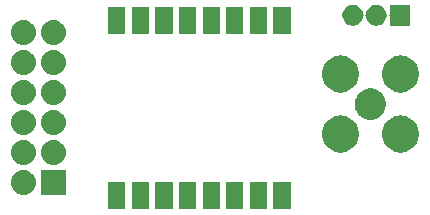
<source format=gts>
%TF.GenerationSoftware,KiCad,Pcbnew,5.0.1+dfsg1-3~bpo9+1*%
%TF.CreationDate,2018-11-26T19:46:47+01:00*%
%TF.ProjectId,LoRa_PMOD,4C6F52615F504D4F442E6B696361645F,rev?*%
%TF.SameCoordinates,Original*%
%TF.FileFunction,Soldermask,Top*%
%TF.FilePolarity,Negative*%
%FSLAX46Y46*%
G04 Gerber Fmt 4.6, Leading zero omitted, Abs format (unit mm)*
G04 Created by KiCad (PCBNEW 5.0.1+dfsg1-3~bpo9+1) date Mon 26 Nov 2018 07:46:47 PM CET*
%MOMM*%
%LPD*%
G01*
G04 APERTURE LIST*
%ADD10C,0.100000*%
G04 APERTURE END LIST*
D10*
G36*
X120745000Y-119415000D02*
X119295000Y-119415000D01*
X119295000Y-117065000D01*
X120745000Y-117065000D01*
X120745000Y-119415000D01*
X120745000Y-119415000D01*
G37*
G36*
X118745000Y-119415000D02*
X117295000Y-119415000D01*
X117295000Y-117065000D01*
X118745000Y-117065000D01*
X118745000Y-119415000D01*
X118745000Y-119415000D01*
G37*
G36*
X106745000Y-119415000D02*
X105295000Y-119415000D01*
X105295000Y-117065000D01*
X106745000Y-117065000D01*
X106745000Y-119415000D01*
X106745000Y-119415000D01*
G37*
G36*
X108745000Y-119415000D02*
X107295000Y-119415000D01*
X107295000Y-117065000D01*
X108745000Y-117065000D01*
X108745000Y-119415000D01*
X108745000Y-119415000D01*
G37*
G36*
X110745000Y-119415000D02*
X109295000Y-119415000D01*
X109295000Y-117065000D01*
X110745000Y-117065000D01*
X110745000Y-119415000D01*
X110745000Y-119415000D01*
G37*
G36*
X112745000Y-119415000D02*
X111295000Y-119415000D01*
X111295000Y-117065000D01*
X112745000Y-117065000D01*
X112745000Y-119415000D01*
X112745000Y-119415000D01*
G37*
G36*
X114745000Y-119415000D02*
X113295000Y-119415000D01*
X113295000Y-117065000D01*
X114745000Y-117065000D01*
X114745000Y-119415000D01*
X114745000Y-119415000D01*
G37*
G36*
X116745000Y-119415000D02*
X115295000Y-119415000D01*
X115295000Y-117065000D01*
X116745000Y-117065000D01*
X116745000Y-119415000D01*
X116745000Y-119415000D01*
G37*
G36*
X98333503Y-116096789D02*
X98533991Y-116157607D01*
X98718764Y-116256369D01*
X98880718Y-116389282D01*
X99013631Y-116551236D01*
X99112393Y-116736009D01*
X99173211Y-116936497D01*
X99193746Y-117145000D01*
X99173211Y-117353503D01*
X99112393Y-117553991D01*
X99013631Y-117738764D01*
X98880718Y-117900718D01*
X98718764Y-118033631D01*
X98533991Y-118132393D01*
X98333503Y-118193211D01*
X98177251Y-118208600D01*
X98072749Y-118208600D01*
X97916497Y-118193211D01*
X97716009Y-118132393D01*
X97531236Y-118033631D01*
X97369282Y-117900718D01*
X97236369Y-117738764D01*
X97137607Y-117553991D01*
X97076789Y-117353503D01*
X97056254Y-117145000D01*
X97076789Y-116936497D01*
X97137607Y-116736009D01*
X97236369Y-116551236D01*
X97369282Y-116389282D01*
X97531236Y-116256369D01*
X97716009Y-116157607D01*
X97916497Y-116096789D01*
X98072749Y-116081400D01*
X98177251Y-116081400D01*
X98333503Y-116096789D01*
X98333503Y-116096789D01*
G37*
G36*
X101728600Y-118208600D02*
X99601400Y-118208600D01*
X99601400Y-116081400D01*
X101728600Y-116081400D01*
X101728600Y-118208600D01*
X101728600Y-118208600D01*
G37*
G36*
X100873503Y-113556789D02*
X101073991Y-113617607D01*
X101258764Y-113716369D01*
X101420718Y-113849282D01*
X101553631Y-114011236D01*
X101652393Y-114196009D01*
X101713211Y-114396497D01*
X101733746Y-114605000D01*
X101713211Y-114813503D01*
X101652393Y-115013991D01*
X101553631Y-115198764D01*
X101420718Y-115360718D01*
X101258764Y-115493631D01*
X101073991Y-115592393D01*
X100873503Y-115653211D01*
X100717251Y-115668600D01*
X100612749Y-115668600D01*
X100456497Y-115653211D01*
X100256009Y-115592393D01*
X100071236Y-115493631D01*
X99909282Y-115360718D01*
X99776369Y-115198764D01*
X99677607Y-115013991D01*
X99616789Y-114813503D01*
X99596254Y-114605000D01*
X99616789Y-114396497D01*
X99677607Y-114196009D01*
X99776369Y-114011236D01*
X99909282Y-113849282D01*
X100071236Y-113716369D01*
X100256009Y-113617607D01*
X100456497Y-113556789D01*
X100612749Y-113541400D01*
X100717251Y-113541400D01*
X100873503Y-113556789D01*
X100873503Y-113556789D01*
G37*
G36*
X98333503Y-113556789D02*
X98533991Y-113617607D01*
X98718764Y-113716369D01*
X98880718Y-113849282D01*
X99013631Y-114011236D01*
X99112393Y-114196009D01*
X99173211Y-114396497D01*
X99193746Y-114605000D01*
X99173211Y-114813503D01*
X99112393Y-115013991D01*
X99013631Y-115198764D01*
X98880718Y-115360718D01*
X98718764Y-115493631D01*
X98533991Y-115592393D01*
X98333503Y-115653211D01*
X98177251Y-115668600D01*
X98072749Y-115668600D01*
X97916497Y-115653211D01*
X97716009Y-115592393D01*
X97531236Y-115493631D01*
X97369282Y-115360718D01*
X97236369Y-115198764D01*
X97137607Y-115013991D01*
X97076789Y-114813503D01*
X97056254Y-114605000D01*
X97076789Y-114396497D01*
X97137607Y-114196009D01*
X97236369Y-114011236D01*
X97369282Y-113849282D01*
X97531236Y-113716369D01*
X97716009Y-113617607D01*
X97916497Y-113556789D01*
X98072749Y-113541400D01*
X98177251Y-113541400D01*
X98333503Y-113556789D01*
X98333503Y-113556789D01*
G37*
G36*
X125190462Y-111485083D02*
X125417952Y-111530334D01*
X125703674Y-111648684D01*
X125960817Y-111820501D01*
X126179499Y-112039183D01*
X126351316Y-112296326D01*
X126469666Y-112582048D01*
X126530000Y-112885368D01*
X126530000Y-113194632D01*
X126469666Y-113497952D01*
X126351316Y-113783674D01*
X126179499Y-114040817D01*
X125960817Y-114259499D01*
X125703674Y-114431316D01*
X125417952Y-114549666D01*
X125190462Y-114594917D01*
X125114633Y-114610000D01*
X124805367Y-114610000D01*
X124729538Y-114594917D01*
X124502048Y-114549666D01*
X124216326Y-114431316D01*
X123959183Y-114259499D01*
X123740501Y-114040817D01*
X123568684Y-113783674D01*
X123450334Y-113497952D01*
X123390000Y-113194632D01*
X123390000Y-112885368D01*
X123450334Y-112582048D01*
X123568684Y-112296326D01*
X123740501Y-112039183D01*
X123959183Y-111820501D01*
X124216326Y-111648684D01*
X124502048Y-111530334D01*
X124729538Y-111485083D01*
X124805367Y-111470000D01*
X125114633Y-111470000D01*
X125190462Y-111485083D01*
X125190462Y-111485083D01*
G37*
G36*
X130270462Y-111485083D02*
X130497952Y-111530334D01*
X130783674Y-111648684D01*
X131040817Y-111820501D01*
X131259499Y-112039183D01*
X131431316Y-112296326D01*
X131549666Y-112582048D01*
X131610000Y-112885368D01*
X131610000Y-113194632D01*
X131549666Y-113497952D01*
X131431316Y-113783674D01*
X131259499Y-114040817D01*
X131040817Y-114259499D01*
X130783674Y-114431316D01*
X130497952Y-114549666D01*
X130270462Y-114594917D01*
X130194633Y-114610000D01*
X129885367Y-114610000D01*
X129809538Y-114594917D01*
X129582048Y-114549666D01*
X129296326Y-114431316D01*
X129039183Y-114259499D01*
X128820501Y-114040817D01*
X128648684Y-113783674D01*
X128530334Y-113497952D01*
X128470000Y-113194632D01*
X128470000Y-112885368D01*
X128530334Y-112582048D01*
X128648684Y-112296326D01*
X128820501Y-112039183D01*
X129039183Y-111820501D01*
X129296326Y-111648684D01*
X129582048Y-111530334D01*
X129809538Y-111485083D01*
X129885367Y-111470000D01*
X130194633Y-111470000D01*
X130270462Y-111485083D01*
X130270462Y-111485083D01*
G37*
G36*
X98333503Y-111016789D02*
X98533991Y-111077607D01*
X98718764Y-111176369D01*
X98880718Y-111309282D01*
X99013631Y-111471236D01*
X99112393Y-111656009D01*
X99173211Y-111856497D01*
X99193746Y-112065000D01*
X99173211Y-112273503D01*
X99112393Y-112473991D01*
X99013631Y-112658764D01*
X98880718Y-112820718D01*
X98718764Y-112953631D01*
X98533991Y-113052393D01*
X98333503Y-113113211D01*
X98177251Y-113128600D01*
X98072749Y-113128600D01*
X97916497Y-113113211D01*
X97716009Y-113052393D01*
X97531236Y-112953631D01*
X97369282Y-112820718D01*
X97236369Y-112658764D01*
X97137607Y-112473991D01*
X97076789Y-112273503D01*
X97056254Y-112065000D01*
X97076789Y-111856497D01*
X97137607Y-111656009D01*
X97236369Y-111471236D01*
X97369282Y-111309282D01*
X97531236Y-111176369D01*
X97716009Y-111077607D01*
X97916497Y-111016789D01*
X98072749Y-111001400D01*
X98177251Y-111001400D01*
X98333503Y-111016789D01*
X98333503Y-111016789D01*
G37*
G36*
X100873503Y-111016789D02*
X101073991Y-111077607D01*
X101258764Y-111176369D01*
X101420718Y-111309282D01*
X101553631Y-111471236D01*
X101652393Y-111656009D01*
X101713211Y-111856497D01*
X101733746Y-112065000D01*
X101713211Y-112273503D01*
X101652393Y-112473991D01*
X101553631Y-112658764D01*
X101420718Y-112820718D01*
X101258764Y-112953631D01*
X101073991Y-113052393D01*
X100873503Y-113113211D01*
X100717251Y-113128600D01*
X100612749Y-113128600D01*
X100456497Y-113113211D01*
X100256009Y-113052393D01*
X100071236Y-112953631D01*
X99909282Y-112820718D01*
X99776369Y-112658764D01*
X99677607Y-112473991D01*
X99616789Y-112273503D01*
X99596254Y-112065000D01*
X99616789Y-111856497D01*
X99677607Y-111656009D01*
X99776369Y-111471236D01*
X99909282Y-111309282D01*
X100071236Y-111176369D01*
X100256009Y-111077607D01*
X100456497Y-111016789D01*
X100612749Y-111001400D01*
X100717251Y-111001400D01*
X100873503Y-111016789D01*
X100873503Y-111016789D01*
G37*
G36*
X127885029Y-109230726D02*
X128125253Y-109330230D01*
X128125255Y-109330231D01*
X128333934Y-109469666D01*
X128341454Y-109474691D01*
X128525309Y-109658546D01*
X128669770Y-109874747D01*
X128769274Y-110114971D01*
X128820000Y-110369990D01*
X128820000Y-110630010D01*
X128769274Y-110885029D01*
X128669770Y-111125253D01*
X128669769Y-111125255D01*
X128635615Y-111176370D01*
X128525309Y-111341454D01*
X128341454Y-111525309D01*
X128341451Y-111525311D01*
X128125255Y-111669769D01*
X128125254Y-111669770D01*
X128125253Y-111669770D01*
X127885029Y-111769274D01*
X127630010Y-111820000D01*
X127369990Y-111820000D01*
X127114971Y-111769274D01*
X126874747Y-111669770D01*
X126874746Y-111669770D01*
X126874745Y-111669769D01*
X126658549Y-111525311D01*
X126658546Y-111525309D01*
X126474691Y-111341454D01*
X126364385Y-111176370D01*
X126330231Y-111125255D01*
X126330230Y-111125253D01*
X126230726Y-110885029D01*
X126180000Y-110630010D01*
X126180000Y-110369990D01*
X126230726Y-110114971D01*
X126330230Y-109874747D01*
X126474691Y-109658546D01*
X126658546Y-109474691D01*
X126666066Y-109469666D01*
X126874745Y-109330231D01*
X126874747Y-109330230D01*
X127114971Y-109230726D01*
X127369990Y-109180000D01*
X127630010Y-109180000D01*
X127885029Y-109230726D01*
X127885029Y-109230726D01*
G37*
G36*
X100873503Y-108476789D02*
X101073991Y-108537607D01*
X101258764Y-108636369D01*
X101420718Y-108769282D01*
X101553631Y-108931236D01*
X101652393Y-109116009D01*
X101713211Y-109316497D01*
X101733746Y-109525000D01*
X101713211Y-109733503D01*
X101652393Y-109933991D01*
X101553631Y-110118764D01*
X101420718Y-110280718D01*
X101258764Y-110413631D01*
X101073991Y-110512393D01*
X100873503Y-110573211D01*
X100717251Y-110588600D01*
X100612749Y-110588600D01*
X100456497Y-110573211D01*
X100256009Y-110512393D01*
X100071236Y-110413631D01*
X99909282Y-110280718D01*
X99776369Y-110118764D01*
X99677607Y-109933991D01*
X99616789Y-109733503D01*
X99596254Y-109525000D01*
X99616789Y-109316497D01*
X99677607Y-109116009D01*
X99776369Y-108931236D01*
X99909282Y-108769282D01*
X100071236Y-108636369D01*
X100256009Y-108537607D01*
X100456497Y-108476789D01*
X100612749Y-108461400D01*
X100717251Y-108461400D01*
X100873503Y-108476789D01*
X100873503Y-108476789D01*
G37*
G36*
X98333503Y-108476789D02*
X98533991Y-108537607D01*
X98718764Y-108636369D01*
X98880718Y-108769282D01*
X99013631Y-108931236D01*
X99112393Y-109116009D01*
X99173211Y-109316497D01*
X99193746Y-109525000D01*
X99173211Y-109733503D01*
X99112393Y-109933991D01*
X99013631Y-110118764D01*
X98880718Y-110280718D01*
X98718764Y-110413631D01*
X98533991Y-110512393D01*
X98333503Y-110573211D01*
X98177251Y-110588600D01*
X98072749Y-110588600D01*
X97916497Y-110573211D01*
X97716009Y-110512393D01*
X97531236Y-110413631D01*
X97369282Y-110280718D01*
X97236369Y-110118764D01*
X97137607Y-109933991D01*
X97076789Y-109733503D01*
X97056254Y-109525000D01*
X97076789Y-109316497D01*
X97137607Y-109116009D01*
X97236369Y-108931236D01*
X97369282Y-108769282D01*
X97531236Y-108636369D01*
X97716009Y-108537607D01*
X97916497Y-108476789D01*
X98072749Y-108461400D01*
X98177251Y-108461400D01*
X98333503Y-108476789D01*
X98333503Y-108476789D01*
G37*
G36*
X125190462Y-106405084D02*
X125417952Y-106450334D01*
X125703674Y-106568684D01*
X125960817Y-106740501D01*
X126179499Y-106959183D01*
X126351316Y-107216326D01*
X126469666Y-107502048D01*
X126530000Y-107805368D01*
X126530000Y-108114632D01*
X126469666Y-108417952D01*
X126351316Y-108703674D01*
X126179499Y-108960817D01*
X125960817Y-109179499D01*
X125703674Y-109351316D01*
X125417952Y-109469666D01*
X125190462Y-109514917D01*
X125114633Y-109530000D01*
X124805367Y-109530000D01*
X124729538Y-109514917D01*
X124502048Y-109469666D01*
X124216326Y-109351316D01*
X123959183Y-109179499D01*
X123740501Y-108960817D01*
X123568684Y-108703674D01*
X123450334Y-108417952D01*
X123390000Y-108114632D01*
X123390000Y-107805368D01*
X123450334Y-107502048D01*
X123568684Y-107216326D01*
X123740501Y-106959183D01*
X123959183Y-106740501D01*
X124216326Y-106568684D01*
X124502048Y-106450334D01*
X124729538Y-106405084D01*
X124805367Y-106390000D01*
X125114633Y-106390000D01*
X125190462Y-106405084D01*
X125190462Y-106405084D01*
G37*
G36*
X130270462Y-106405084D02*
X130497952Y-106450334D01*
X130783674Y-106568684D01*
X131040817Y-106740501D01*
X131259499Y-106959183D01*
X131431316Y-107216326D01*
X131549666Y-107502048D01*
X131610000Y-107805368D01*
X131610000Y-108114632D01*
X131549666Y-108417952D01*
X131431316Y-108703674D01*
X131259499Y-108960817D01*
X131040817Y-109179499D01*
X130783674Y-109351316D01*
X130497952Y-109469666D01*
X130270462Y-109514917D01*
X130194633Y-109530000D01*
X129885367Y-109530000D01*
X129809538Y-109514917D01*
X129582048Y-109469666D01*
X129296326Y-109351316D01*
X129039183Y-109179499D01*
X128820501Y-108960817D01*
X128648684Y-108703674D01*
X128530334Y-108417952D01*
X128470000Y-108114632D01*
X128470000Y-107805368D01*
X128530334Y-107502048D01*
X128648684Y-107216326D01*
X128820501Y-106959183D01*
X129039183Y-106740501D01*
X129296326Y-106568684D01*
X129582048Y-106450334D01*
X129809538Y-106405084D01*
X129885367Y-106390000D01*
X130194633Y-106390000D01*
X130270462Y-106405084D01*
X130270462Y-106405084D01*
G37*
G36*
X100873503Y-105936789D02*
X101073991Y-105997607D01*
X101258764Y-106096369D01*
X101420718Y-106229282D01*
X101553631Y-106391236D01*
X101652393Y-106576009D01*
X101713211Y-106776497D01*
X101733746Y-106985000D01*
X101713211Y-107193503D01*
X101652393Y-107393991D01*
X101553631Y-107578764D01*
X101420718Y-107740718D01*
X101258764Y-107873631D01*
X101073991Y-107972393D01*
X100873503Y-108033211D01*
X100717251Y-108048600D01*
X100612749Y-108048600D01*
X100456497Y-108033211D01*
X100256009Y-107972393D01*
X100071236Y-107873631D01*
X99909282Y-107740718D01*
X99776369Y-107578764D01*
X99677607Y-107393991D01*
X99616789Y-107193503D01*
X99596254Y-106985000D01*
X99616789Y-106776497D01*
X99677607Y-106576009D01*
X99776369Y-106391236D01*
X99909282Y-106229282D01*
X100071236Y-106096369D01*
X100256009Y-105997607D01*
X100456497Y-105936789D01*
X100612749Y-105921400D01*
X100717251Y-105921400D01*
X100873503Y-105936789D01*
X100873503Y-105936789D01*
G37*
G36*
X98333503Y-105936789D02*
X98533991Y-105997607D01*
X98718764Y-106096369D01*
X98880718Y-106229282D01*
X99013631Y-106391236D01*
X99112393Y-106576009D01*
X99173211Y-106776497D01*
X99193746Y-106985000D01*
X99173211Y-107193503D01*
X99112393Y-107393991D01*
X99013631Y-107578764D01*
X98880718Y-107740718D01*
X98718764Y-107873631D01*
X98533991Y-107972393D01*
X98333503Y-108033211D01*
X98177251Y-108048600D01*
X98072749Y-108048600D01*
X97916497Y-108033211D01*
X97716009Y-107972393D01*
X97531236Y-107873631D01*
X97369282Y-107740718D01*
X97236369Y-107578764D01*
X97137607Y-107393991D01*
X97076789Y-107193503D01*
X97056254Y-106985000D01*
X97076789Y-106776497D01*
X97137607Y-106576009D01*
X97236369Y-106391236D01*
X97369282Y-106229282D01*
X97531236Y-106096369D01*
X97716009Y-105997607D01*
X97916497Y-105936789D01*
X98072749Y-105921400D01*
X98177251Y-105921400D01*
X98333503Y-105936789D01*
X98333503Y-105936789D01*
G37*
G36*
X100873503Y-103396789D02*
X101073991Y-103457607D01*
X101258764Y-103556369D01*
X101420718Y-103689282D01*
X101553631Y-103851236D01*
X101652393Y-104036009D01*
X101713211Y-104236497D01*
X101733746Y-104445000D01*
X101713211Y-104653503D01*
X101652393Y-104853991D01*
X101553631Y-105038764D01*
X101420718Y-105200718D01*
X101258764Y-105333631D01*
X101073991Y-105432393D01*
X100873503Y-105493211D01*
X100717251Y-105508600D01*
X100612749Y-105508600D01*
X100456497Y-105493211D01*
X100256009Y-105432393D01*
X100071236Y-105333631D01*
X99909282Y-105200718D01*
X99776369Y-105038764D01*
X99677607Y-104853991D01*
X99616789Y-104653503D01*
X99596254Y-104445000D01*
X99616789Y-104236497D01*
X99677607Y-104036009D01*
X99776369Y-103851236D01*
X99909282Y-103689282D01*
X100071236Y-103556369D01*
X100256009Y-103457607D01*
X100456497Y-103396789D01*
X100612749Y-103381400D01*
X100717251Y-103381400D01*
X100873503Y-103396789D01*
X100873503Y-103396789D01*
G37*
G36*
X98333503Y-103396789D02*
X98533991Y-103457607D01*
X98718764Y-103556369D01*
X98880718Y-103689282D01*
X99013631Y-103851236D01*
X99112393Y-104036009D01*
X99173211Y-104236497D01*
X99193746Y-104445000D01*
X99173211Y-104653503D01*
X99112393Y-104853991D01*
X99013631Y-105038764D01*
X98880718Y-105200718D01*
X98718764Y-105333631D01*
X98533991Y-105432393D01*
X98333503Y-105493211D01*
X98177251Y-105508600D01*
X98072749Y-105508600D01*
X97916497Y-105493211D01*
X97716009Y-105432393D01*
X97531236Y-105333631D01*
X97369282Y-105200718D01*
X97236369Y-105038764D01*
X97137607Y-104853991D01*
X97076789Y-104653503D01*
X97056254Y-104445000D01*
X97076789Y-104236497D01*
X97137607Y-104036009D01*
X97236369Y-103851236D01*
X97369282Y-103689282D01*
X97531236Y-103556369D01*
X97716009Y-103457607D01*
X97916497Y-103396789D01*
X98072749Y-103381400D01*
X98177251Y-103381400D01*
X98333503Y-103396789D01*
X98333503Y-103396789D01*
G37*
G36*
X120745000Y-104615000D02*
X119295000Y-104615000D01*
X119295000Y-102265000D01*
X120745000Y-102265000D01*
X120745000Y-104615000D01*
X120745000Y-104615000D01*
G37*
G36*
X106745000Y-104615000D02*
X105295000Y-104615000D01*
X105295000Y-102265000D01*
X106745000Y-102265000D01*
X106745000Y-104615000D01*
X106745000Y-104615000D01*
G37*
G36*
X110745000Y-104615000D02*
X109295000Y-104615000D01*
X109295000Y-102265000D01*
X110745000Y-102265000D01*
X110745000Y-104615000D01*
X110745000Y-104615000D01*
G37*
G36*
X112745000Y-104615000D02*
X111295000Y-104615000D01*
X111295000Y-102265000D01*
X112745000Y-102265000D01*
X112745000Y-104615000D01*
X112745000Y-104615000D01*
G37*
G36*
X116745000Y-104615000D02*
X115295000Y-104615000D01*
X115295000Y-102265000D01*
X116745000Y-102265000D01*
X116745000Y-104615000D01*
X116745000Y-104615000D01*
G37*
G36*
X118745000Y-104615000D02*
X117295000Y-104615000D01*
X117295000Y-102265000D01*
X118745000Y-102265000D01*
X118745000Y-104615000D01*
X118745000Y-104615000D01*
G37*
G36*
X108745000Y-104615000D02*
X107295000Y-104615000D01*
X107295000Y-102265000D01*
X108745000Y-102265000D01*
X108745000Y-104615000D01*
X108745000Y-104615000D01*
G37*
G36*
X114745000Y-104615000D02*
X113295000Y-104615000D01*
X113295000Y-102265000D01*
X114745000Y-102265000D01*
X114745000Y-104615000D01*
X114745000Y-104615000D01*
G37*
G36*
X130875000Y-103875000D02*
X129125000Y-103875000D01*
X129125000Y-103098491D01*
X129122598Y-103074105D01*
X129115485Y-103050656D01*
X129103934Y-103029045D01*
X129088388Y-103010103D01*
X129076078Y-103000000D01*
X129088388Y-102989898D01*
X129103934Y-102970956D01*
X129115485Y-102949345D01*
X129122598Y-102925896D01*
X129125000Y-102901509D01*
X129125000Y-102125000D01*
X130875000Y-102125000D01*
X130875000Y-103875000D01*
X130875000Y-103875000D01*
G37*
G36*
X128255228Y-102158625D02*
X128414467Y-102224584D01*
X128557783Y-102320345D01*
X128679655Y-102442217D01*
X128775416Y-102585533D01*
X128841375Y-102744772D01*
X128877402Y-102925895D01*
X128884515Y-102949344D01*
X128896066Y-102970955D01*
X128911611Y-102989897D01*
X128923921Y-103000000D01*
X128911612Y-103010103D01*
X128896066Y-103029045D01*
X128884515Y-103050656D01*
X128877402Y-103074105D01*
X128841375Y-103255228D01*
X128775416Y-103414467D01*
X128679655Y-103557783D01*
X128557783Y-103679655D01*
X128414467Y-103775416D01*
X128255228Y-103841375D01*
X128086181Y-103875000D01*
X127913819Y-103875000D01*
X127744772Y-103841375D01*
X127585533Y-103775416D01*
X127442217Y-103679655D01*
X127320345Y-103557783D01*
X127224584Y-103414467D01*
X127158625Y-103255228D01*
X127122598Y-103074105D01*
X127115485Y-103050656D01*
X127103934Y-103029045D01*
X127088389Y-103010103D01*
X127076079Y-103000000D01*
X127088388Y-102989898D01*
X127103934Y-102970956D01*
X127115485Y-102949345D01*
X127122598Y-102925895D01*
X127158625Y-102744772D01*
X127224584Y-102585533D01*
X127320345Y-102442217D01*
X127442217Y-102320345D01*
X127585533Y-102224584D01*
X127744772Y-102158625D01*
X127913819Y-102125000D01*
X128086181Y-102125000D01*
X128255228Y-102158625D01*
X128255228Y-102158625D01*
G37*
G36*
X126255228Y-102158625D02*
X126414467Y-102224584D01*
X126557783Y-102320345D01*
X126679655Y-102442217D01*
X126775416Y-102585533D01*
X126841375Y-102744772D01*
X126877402Y-102925895D01*
X126884515Y-102949344D01*
X126896066Y-102970955D01*
X126911611Y-102989897D01*
X126923921Y-103000000D01*
X126911612Y-103010102D01*
X126896066Y-103029044D01*
X126884515Y-103050655D01*
X126877402Y-103074105D01*
X126841375Y-103255228D01*
X126775416Y-103414467D01*
X126679655Y-103557783D01*
X126557783Y-103679655D01*
X126414467Y-103775416D01*
X126255228Y-103841375D01*
X126086181Y-103875000D01*
X125913819Y-103875000D01*
X125744772Y-103841375D01*
X125585533Y-103775416D01*
X125442217Y-103679655D01*
X125320345Y-103557783D01*
X125224584Y-103414467D01*
X125158625Y-103255228D01*
X125125000Y-103086181D01*
X125125000Y-102913819D01*
X125158625Y-102744772D01*
X125224584Y-102585533D01*
X125320345Y-102442217D01*
X125442217Y-102320345D01*
X125585533Y-102224584D01*
X125744772Y-102158625D01*
X125913819Y-102125000D01*
X126086181Y-102125000D01*
X126255228Y-102158625D01*
X126255228Y-102158625D01*
G37*
M02*

</source>
